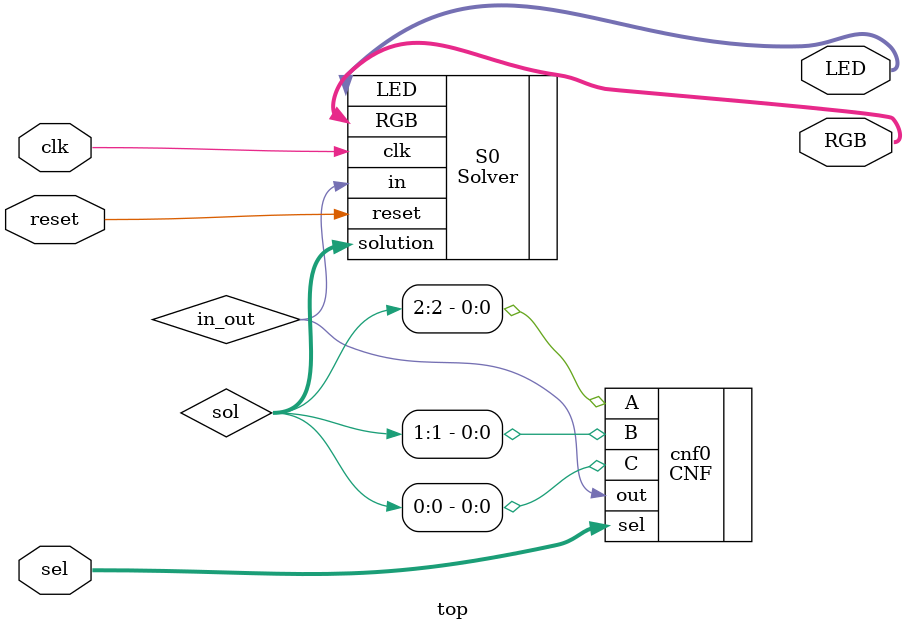
<source format=v>
`timescale 1ns / 1ps

module top(
    input clk,
    input reset,
    input [1:0] sel,
    output [2:0] RGB,
    output [2:0] LED
    );
    
    // Define nesseary wires here.
    wire in_out;
    wire [2:0] sol;
    
    Solver S0(.clk(clk), .reset(reset), .in(in_out), .RGB(RGB), .solution(sol), .LED(LED));      
        
    CNF cnf0(.A(sol[2]), .B(sol[1]), .C(sol[0]), .sel(sel), .out(in_out));
endmodule
</source>
